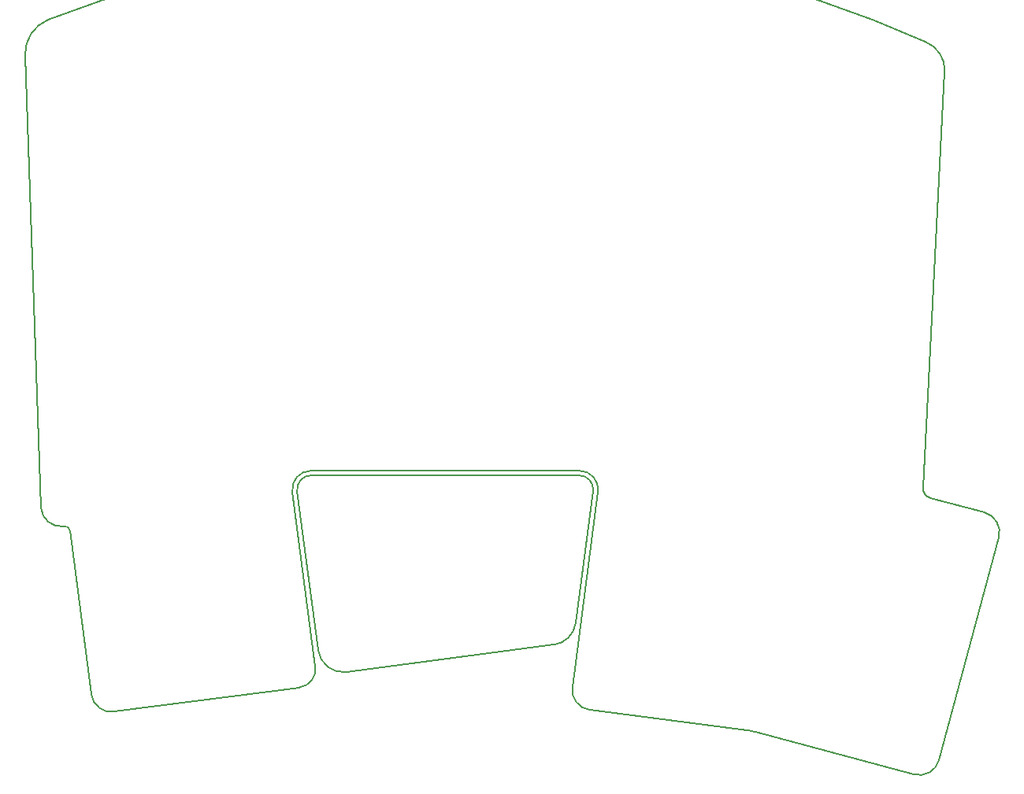
<source format=gm1>
G04 #@! TF.GenerationSoftware,KiCad,Pcbnew,9.0.2*
G04 #@! TF.CreationDate,2025-07-12T22:53:40+08:00*
G04 #@! TF.ProjectId,Kretstr_d_v2,4b726574-7374-472e-9464-5f76322e6b69,rev?*
G04 #@! TF.SameCoordinates,Original*
G04 #@! TF.FileFunction,Profile,NP*
%FSLAX46Y46*%
G04 Gerber Fmt 4.6, Leading zero omitted, Abs format (unit mm)*
G04 Created by KiCad (PCBNEW 9.0.2) date 2025-07-12 22:53:40*
%MOMM*%
%LPD*%
G01*
G04 APERTURE LIST*
G04 #@! TA.AperFunction,Profile*
%ADD10C,0.150000*%
G04 #@! TD*
G04 APERTURE END LIST*
D10*
X173921421Y-57736723D02*
G75*
G02*
X175999184Y-60936714I-1227521J-3071577D01*
G01*
X155355476Y-131931736D02*
G75*
G02*
X155637721Y-131987876I-287176J-2181364D01*
G01*
X174467182Y-106815818D02*
G75*
G02*
X173653403Y-105695731I284718J1062518D01*
G01*
X86725379Y-129817020D02*
G75*
G02*
X84256948Y-127922077I-287179J2181120D01*
G01*
X81323053Y-109872410D02*
G75*
G02*
X78838886Y-107806372I-287153J2181210D01*
G01*
X136330473Y-120246946D02*
G75*
G02*
X133962946Y-122614473I-2726473J358946D01*
G01*
X137850720Y-129627192D02*
X155355476Y-131931736D01*
X175999112Y-60936711D02*
X173653391Y-105695730D01*
X175386358Y-135001901D02*
G75*
G02*
X172691912Y-136557562I-2125058J569401D01*
G01*
X105872489Y-106147146D02*
G75*
G02*
X107855543Y-103886080I1982911J261046D01*
G01*
X81382851Y-109864537D02*
X81323053Y-109872410D01*
X77140078Y-59158343D02*
X78838905Y-107806371D01*
X136739905Y-103888465D02*
G75*
G02*
X138722630Y-106149517I-205J-2000035D01*
G01*
X155637721Y-131987877D02*
X172691919Y-136557536D01*
X81943863Y-110295205D02*
X84256922Y-127922080D01*
X133962946Y-122614473D02*
X111722733Y-125542453D01*
X180246269Y-108364319D02*
X174467182Y-106815818D01*
X138195027Y-106084252D02*
X136330473Y-120246946D01*
X137850720Y-129627192D02*
G75*
G02*
X135956703Y-127158855I287180J2181192D01*
G01*
X111722733Y-125542453D02*
G75*
G02*
X108637346Y-123174923I-358933J2726453D01*
G01*
X107874261Y-104386094D02*
X136707982Y-104388463D01*
X136707982Y-104388463D02*
G75*
G02*
X138195094Y-106084261I18J-1499937D01*
G01*
X79638590Y-55348281D02*
G75*
G02*
X173921423Y-57736720I44281010J-114107819D01*
G01*
X136739905Y-103888465D02*
X107855543Y-103886093D01*
X108348334Y-124953047D02*
X105872489Y-106147146D01*
X180246269Y-108364319D02*
G75*
G02*
X181801929Y-111058765I-569269J-2124981D01*
G01*
X106386970Y-106081883D02*
X108637313Y-123174927D01*
X108348334Y-124953047D02*
G75*
G02*
X106626501Y-127197028I-1982934J-261053D01*
G01*
X175386358Y-135001901D02*
X181801904Y-111058758D01*
X135956700Y-127158855D02*
X138722631Y-106149517D01*
X86725379Y-129817020D02*
X106626496Y-127196988D01*
X81382851Y-109864537D02*
G75*
G02*
X81943883Y-110295202I65249J-495763D01*
G01*
X77140078Y-59158343D02*
G75*
G02*
X79638574Y-55348241I3987322J109543D01*
G01*
X106386970Y-106081883D02*
G75*
G02*
X107874261Y-104386138I1487130J195783D01*
G01*
M02*

</source>
